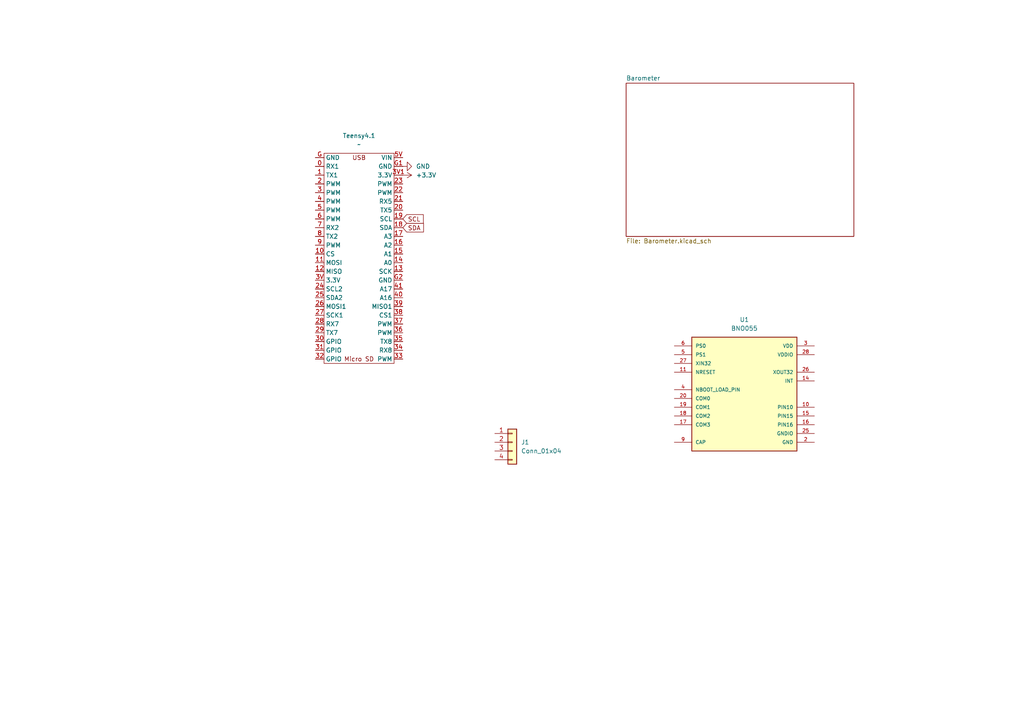
<source format=kicad_sch>
(kicad_sch (version 20250114) (generator "eeschema") (generator_version "9.0")
  (paper "A4")
  (lib_symbols
    (symbol "Connector_Generic:Conn_01x04" (pin_names (offset 1.016) (hide yes))
      (property "Reference" "J" (at 0 5.08 0))
      (property "Value" "Conn_01x04" (at 0 -7.62 0))
      (symbol "Conn_01x04_1_1"
        (rectangle (start -1.27 3.81) (end 1.27 -6.35) (stroke (width 0.254)) (fill (type background)))
        (rectangle (start -1.27 2.667) (end 0 2.413) (stroke (width 0.1524)))
        (rectangle (start -1.27 0.127) (end 0 -0.127) (stroke (width 0.1524)))
        (rectangle (start -1.27 -2.413) (end 0 -2.667) (stroke (width 0.1524)))
        (rectangle (start -1.27 -4.953) (end 0 -5.207) (stroke (width 0.1524)))
        (pin passive line (at -5.08 2.54 0) (length 3.81) (name "Pin_1") (number "1"))
        (pin passive line (at -5.08 0 0) (length 3.81) (name "Pin_2") (number "2"))
        (pin passive line (at -5.08 -2.54 0) (length 3.81) (name "Pin_3") (number "3"))
        (pin passive line (at -5.08 -5.08 0) (length 3.81) (name "Pin_4") (number "4"))
      )
    )
    (symbol "New_Library:Teensy4.1"
      (property "Reference" "Teensy4.1" (at 0 0 90))
      (symbol "Teensy4.1_0_1"
        (rectangle (start -10.16 30.48) (end 10.16 -30.48))
      )
      (symbol "Teensy4.1_1_1"
        (text "USB" (at 0 29.21 0) (effects (font (size 1.27 1.27))))
        (text "Micro SD" (at 0 -29.21 0) (effects (font (size 1.27 1.27))))
        (pin input line (at -12.7 29.21 0) (length 2.54) (name "GND") (number "G"))
        (pin input line (at -12.7 26.67 0) (length 2.54) (name "RX1") (number "0"))
        (pin input line (at -12.7 24.13 0) (length 2.54) (name "TX1") (number "1"))
        (pin input line (at -12.7 21.59 0) (length 2.54) (name "PWM") (number "2"))
        (pin input line (at -12.7 19.05 0) (length 2.54) (name "PWM") (number "3"))
        (pin input line (at -12.7 16.51 0) (length 2.54) (name "PWM") (number "4"))
        (pin input line (at -12.7 13.97 0) (length 2.54) (name "PWM") (number "5"))
        (pin input line (at -12.7 11.43 0) (length 2.54) (name "PWM") (number "6"))
        (pin input line (at -12.7 8.89 0) (length 2.54) (name "RX2") (number "7"))
        (pin input line (at -12.7 6.35 0) (length 2.54) (name "TX2") (number "8"))
        (pin input line (at -12.7 3.81 0) (length 2.54) (name "PWM") (number "9"))
        (pin input line (at -12.7 1.27 0) (length 2.54) (name "CS") (number "10"))
        (pin input line (at -12.7 -1.27 0) (length 2.54) (name "MOSI") (number "11"))
        (pin input line (at -12.7 -3.81 0) (length 2.54) (name "MISO") (number "12"))
        (pin input line (at -12.7 -6.35 0) (length 2.54) (name "3.3V") (number "3V"))
        (pin input line (at -12.7 -8.89 0) (length 2.54) (name "SCL2") (number "24"))
        (pin input line (at -12.7 -11.43 0) (length 2.54) (name "SDA2") (number "25"))
        (pin input line (at -12.7 -13.97 0) (length 2.54) (name "MOSI1") (number "26"))
        (pin input line (at -12.7 -16.51 0) (length 2.54) (name "SCK1") (number "27"))
        (pin input line (at -12.7 -19.05 0) (length 2.54) (name "RX7") (number "28"))
        (pin input line (at -12.7 -21.59 0) (length 2.54) (name "TX7") (number "29"))
        (pin input line (at -12.7 -24.13 0) (length 2.54) (name "GPIO") (number "30"))
        (pin input line (at -12.7 -26.67 0) (length 2.54) (name "GPIO") (number "31"))
        (pin input line (at -12.7 -29.21 0) (length 2.54) (name "GPIO") (number "32"))
        (pin input line (at 12.7 29.21 180) (length 2.54) (name "VIN") (number "5V"))
        (pin input line (at 12.7 26.67 180) (length 2.54) (name "GND") (number "G1"))
        (pin input line (at 12.7 24.13 180) (length 2.54) (name "3.3V") (number "3V1"))
        (pin input line (at 12.7 21.59 180) (length 2.54) (name "PWM") (number "23"))
        (pin input line (at 12.7 19.05 180) (length 2.54) (name "PWM") (number "22"))
        (pin input line (at 12.7 16.51 180) (length 2.54) (name "RX5") (number "21"))
        (pin input line (at 12.7 13.97 180) (length 2.54) (name "TX5") (number "20"))
        (pin input line (at 12.7 11.43 180) (length 2.54) (name "SCL") (number "19"))
        (pin input line (at 12.7 8.89 180) (length 2.54) (name "SDA") (number "18"))
        (pin input line (at 12.7 6.35 180) (length 2.54) (name "A3") (number "17"))
        (pin input line (at 12.7 3.81 180) (length 2.54) (name "A2") (number "16"))
        (pin input line (at 12.7 1.27 180) (length 2.54) (name "A1") (number "15"))
        (pin input line (at 12.7 -1.27 180) (length 2.54) (name "A0") (number "14"))
        (pin input line (at 12.7 -3.81 180) (length 2.54) (name "SCK") (number "13"))
        (pin input line (at 12.7 -6.35 180) (length 2.54) (name "GND") (number "G2"))
        (pin input line (at 12.7 -8.89 180) (length 2.54) (name "A17") (number "41"))
        (pin input line (at 12.7 -11.43 180) (length 2.54) (name "A16") (number "40"))
        (pin input line (at 12.7 -13.97 180) (length 2.54) (name "MISO1") (number "39"))
        (pin input line (at 12.7 -16.51 180) (length 2.54) (name "CS1") (number "38"))
        (pin input line (at 12.7 -19.05 180) (length 2.54) (name "PWM") (number "37"))
        (pin input line (at 12.7 -21.59 180) (length 2.54) (name "PWM") (number "36"))
        (pin input line (at 12.7 -24.13 180) (length 2.54) (name "TX8") (number "35"))
        (pin input line (at 12.7 -26.67 180) (length 2.54) (name "RX8") (number "34"))
        (pin input line (at 12.7 -29.21 180) (length 2.54) (name "PWM") (number "33"))
      )
    )
    (symbol "SRAD:BNO055" (pin_names (offset 1.016))
      (property "Reference" "U" (at -14.7397 15.7562 0))
      (property "Value" "BNO055" (at -14.7607 -19.5962 0))
      (symbol "BNO055_0_0"
        (rectangle (start -15.24 15.24) (end 15.24 -17.78) (stroke (width 0.254)) (fill (type background)))
        (pin input line (at -20.32 12.7 0) (length 5.08) (name "PS0") (number "6"))
        (pin input line (at -20.32 10.16 0) (length 5.08) (name "PS1") (number "5"))
        (pin input line (at -20.32 7.62 0) (length 5.08) (name "XIN32") (number "27"))
        (pin input line (at -20.32 5.08 0) (length 5.08) (name "NRESET") (number "11"))
        (pin bidirectional line (at -20.32 0 0) (length 5.08) (name "NBOOT_LOAD_PIN") (number "4"))
        (pin bidirectional line (at -20.32 -2.54 0) (length 5.08) (name "COM0") (number "20"))
        (pin bidirectional line (at -20.32 -5.08 0) (length 5.08) (name "COM1") (number "19"))
        (pin bidirectional line (at -20.32 -7.62 0) (length 5.08) (name "COM2") (number "18"))
        (pin bidirectional line (at -20.32 -10.16 0) (length 5.08) (name "COM3") (number "17"))
        (pin passive line (at -20.32 -15.24 0) (length 5.08) (name "CAP") (number "9"))
        (pin power_in line (at 20.32 12.7 180) (length 5.08) (name "VDD") (number "3"))
        (pin power_in line (at 20.32 10.16 180) (length 5.08) (name "VDDIO") (number "28"))
        (pin output line (at 20.32 5.08 180) (length 5.08) (name "XOUT32") (number "26"))
        (pin output line (at 20.32 2.54 180) (length 5.08) (name "INT") (number "14"))
        (pin power_in line (at 20.32 -5.08 180) (length 5.08) (name "PIN10") (number "10"))
        (pin power_in line (at 20.32 -7.62 180) (length 5.08) (name "PIN15") (number "15"))
        (pin power_in line (at 20.32 -10.16 180) (length 5.08) (name "PIN16") (number "16"))
        (pin power_in line (at 20.32 -12.7 180) (length 5.08) (name "GNDIO") (number "25"))
        (pin power_in line (at 20.32 -15.24 180) (length 5.08) (name "GND") (number "2"))
      )
    )
    (symbol "power:+3.3V" (power) (pin_numbers (hide yes)) (pin_names (offset 0) (hide yes))
      (property "Value" "+3.3V" (at 0 3.556 0))
      (symbol "+3.3V_0_1"
        (polyline (pts (xy -0.762 1.27) (xy 0 2.54)))
        (polyline (pts (xy 0 2.54) (xy 0.762 1.27)))
        (polyline (pts (xy 0 0) (xy 0 2.54)))
      )
      (symbol "+3.3V_1_1"
        (pin power_in line (at 0 0 90) (length 0) (name "~") (number "1"))
      )
    )
    (symbol "power:GND" (power) (pin_numbers (hide yes)) (pin_names (offset 0) (hide yes))
      (property "Value" "GND" (at 0 -3.81 0))
      (symbol "GND_0_1"
        (polyline (pts (xy 0 0) (xy 0 -1.27) (xy 1.27 -1.27) (xy 0 -2.54) (xy -1.27 -1.27) (xy 0 -1.27)))
      )
      (symbol "GND_1_1"
        (pin power_in line (at 0 0 270) (length 0) (name "~") (number "1"))
      )
    )
  )
  (global_label "SCL" (shape input) (at 116.84 63.5 0) (property "Intersheetrefs" "${INTERSHEET_REFS}" (effects (hide yes))))
  (global_label "SDA" (shape input) (at 116.84 66.04 0) (property "Intersheetrefs" "${INTERSHEET_REFS}" (effects (hide yes))))
  (symbol (lib_id "power:+3.3V") (at 116.84 50.8 270) (unit 1)
    (property "Reference" "#PWR02" (effects (hide yes)))
    (property "Value" "+3.3V" (at 120.65 50.7999 90) (effects (justify left)))
    (property "Description" "Power symbol creates a global label with name \"+3.3V\"" (effects (hide yes)))
  )
  (symbol (lib_id "New_Library:Teensy4.1") (at 104.14 74.93 0) (unit 1)
    (property "Reference" "Teensy4.1" (at 104.14 39.37 0))
    (property "Value" "~" (at 104.14 41.91 0))
    (property "Footprint" "my footprint library:teensy" (effects (hide yes)))
  )
  (symbol (lib_id "power:GND") (at 116.84 48.26 90) (unit 1)
    (property "Reference" "#PWR01" (effects (hide yes)))
    (property "Value" "GND" (at 120.65 48.2599 90) (effects (justify right)))
    (property "Description" "Power symbol creates a global label with name \"GND\" , ground" (effects (hide yes)))
  )
  (symbol (lib_id "SRAD:BNO055") (at 215.9 113.03 0) (unit 1)
    (property "Reference" "U1" (at 215.9 92.71 0))
    (property "Value" "BNO055" (at 215.9 95.25 0))
    (property "Footprint" "BNO055:LGA28R50P4X10_380X520X100" (effects (hide yes)))
    (property "MANUFACTURER" "BOSCH" (effects (hide yes)))
  )
  (symbol (lib_id "Connector_Generic:Conn_01x04") (at 148.59 128.27 0) (unit 1)
    (property "Reference" "J1" (at 151.13 128.2699 0) (effects (justify left)))
    (property "Value" "Conn_01x04" (at 151.13 130.8099 0) (effects (justify left)))
    (property "Description" "Generic connector, single row, 01x04, script generated (kicad-library-utils/schlib/autogen/connector/)" (effects (hide yes)))
  )
  (sheet (at 181.61 24.13) (size 66.04 44.45) (stroke (width 0.1524))
    (property "Sheetname" "Barometer" (at 181.61 23.4184 0) (effects (justify left bottom)))
    (property "Sheetfile" "Barometer.kicad_sch" (at 181.61 69.1646 0) (effects (justify left top)))
  )
)
</source>
